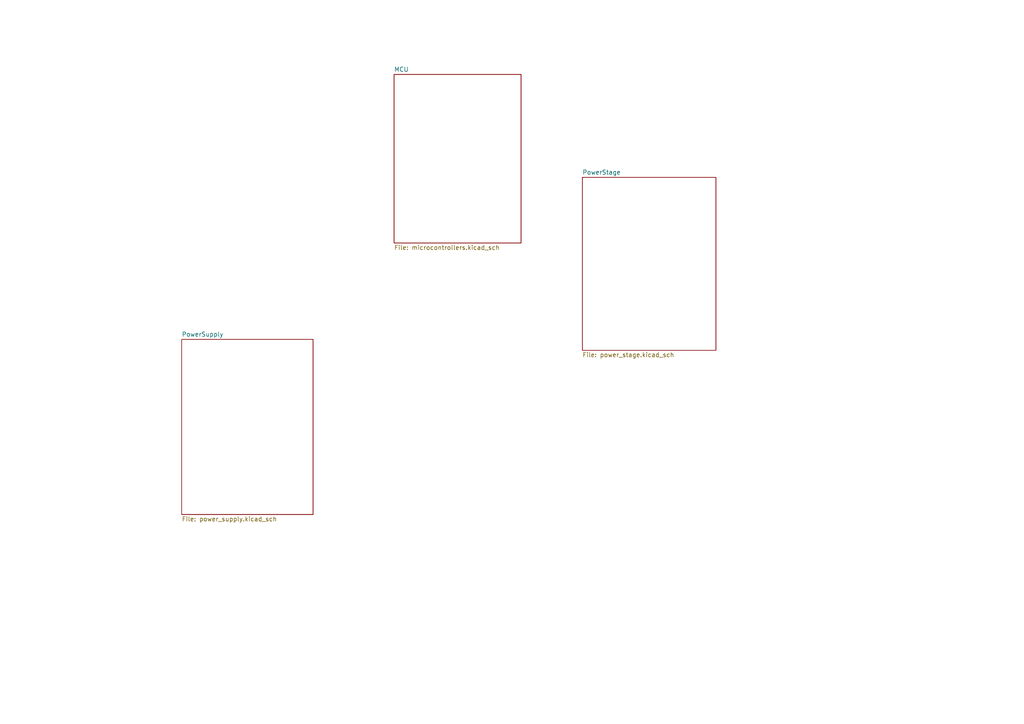
<source format=kicad_sch>
(kicad_sch
	(version 20231120)
	(generator "eeschema")
	(generator_version "8.0")
	(uuid "1a8ad36a-4b76-4949-97c2-661f12a0b1d9")
	(paper "A4")
	(lib_symbols)
	(sheet
		(at 168.91 51.435)
		(size 38.735 50.165)
		(fields_autoplaced yes)
		(stroke
			(width 0.1524)
			(type solid)
		)
		(fill
			(color 0 0 0 0.0000)
		)
		(uuid "2acacade-9567-40f5-9827-bf22bd24fca6")
		(property "Sheetname" "PowerStage"
			(at 168.91 50.7234 0)
			(effects
				(font
					(size 1.27 1.27)
				)
				(justify left bottom)
			)
		)
		(property "Sheetfile" "power_stage.kicad_sch"
			(at 168.91 102.1846 0)
			(effects
				(font
					(size 1.27 1.27)
				)
				(justify left top)
			)
		)
		(instances
			(project "IchnaeaV1"
				(path "/1a8ad36a-4b76-4949-97c2-661f12a0b1d9"
					(page "3")
				)
			)
		)
	)
	(sheet
		(at 114.3 21.59)
		(size 36.83 48.895)
		(fields_autoplaced yes)
		(stroke
			(width 0.1524)
			(type solid)
		)
		(fill
			(color 0 0 0 0.0000)
		)
		(uuid "7342cc35-6a9f-494d-986c-f265a8bd1d63")
		(property "Sheetname" "MCU"
			(at 114.3 20.8784 0)
			(effects
				(font
					(size 1.27 1.27)
				)
				(justify left bottom)
			)
		)
		(property "Sheetfile" "microcontrollers.kicad_sch"
			(at 114.3 71.0696 0)
			(effects
				(font
					(size 1.27 1.27)
				)
				(justify left top)
			)
		)
		(instances
			(project "IchnaeaV1"
				(path "/1a8ad36a-4b76-4949-97c2-661f12a0b1d9"
					(page "2")
				)
			)
		)
	)
	(sheet
		(at 52.705 98.425)
		(size 38.1 50.8)
		(fields_autoplaced yes)
		(stroke
			(width 0.1524)
			(type solid)
		)
		(fill
			(color 0 0 0 0.0000)
		)
		(uuid "9659e917-9d44-456f-a2a0-594060309696")
		(property "Sheetname" "PowerSupply"
			(at 52.705 97.7134 0)
			(effects
				(font
					(size 1.27 1.27)
				)
				(justify left bottom)
			)
		)
		(property "Sheetfile" "power_supply.kicad_sch"
			(at 52.705 149.8096 0)
			(effects
				(font
					(size 1.27 1.27)
				)
				(justify left top)
			)
		)
		(instances
			(project "IchnaeaV1"
				(path "/1a8ad36a-4b76-4949-97c2-661f12a0b1d9"
					(page "6")
				)
			)
		)
	)
	(sheet_instances
		(path "/"
			(page "1")
		)
	)
)
</source>
